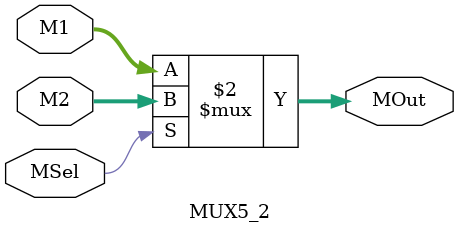
<source format=v>


module MUX5_2(M1,M2,MOut,MSel);
	input [4:0]M1;
	input [4:0]M2;
	input MSel;
	output [4:0]MOut;

	assign MOut=(MSel==0)?M1:M2;
endmodule

</source>
